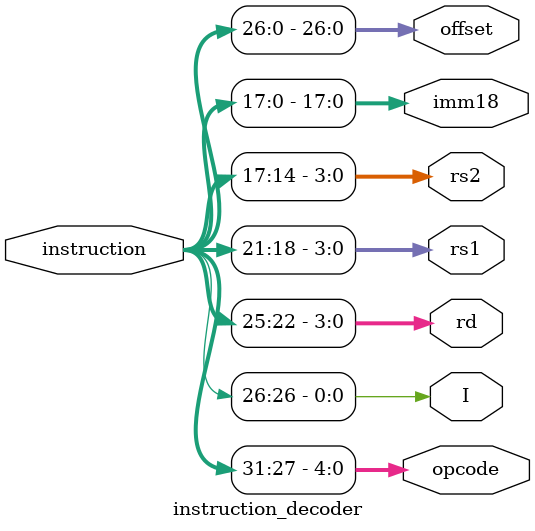
<source format=v>
`timescale 1ns / 1ps
`timescale 1ns / 1ps
module instruction_decoder (
    input [31:0] instruction,   // 32-bit instruction
    output [4:0] opcode,        // bits [28-32]
    output       I,             // Immediate bit [27]
    output [3:0] rd,            // Destination register [23-26]
    output [3:0] rs1,           // Source register 1 [19-22]
    output [3:0] rs2,           // Source register 2 [15-18]
    output [17:0] imm18,        // Immediate field [1-18]
    output [26:0] offset        // Branch offset [1-27]
);

    assign opcode = instruction[31:27];
    assign I      = instruction[26];
    assign rd     = instruction[25:22];
    assign rs1    = instruction[21:18];
    assign rs2    = instruction[17:14];
    assign imm18  = instruction[17:0];
    assign offset = instruction[26:0];

endmodule
</source>
